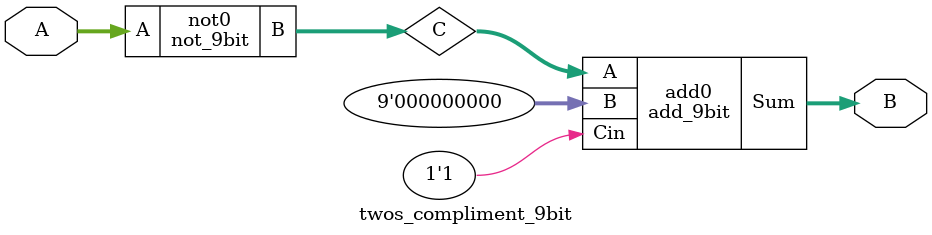
<source format=v>
`timescale 1ns / 1ps

module add_1bit(
    input wire A,
    input wire B,
    input wire Cin,
    output wire S,
    output wire Cout);

    assign S = (A ^ B) ^ Cin;
    assign Cout = ((A ^ B) & Cin) | (A & B);

endmodule

//testbench
//module add1bit_tb();
//reg v;
//reg w;
//reg x;
//wire y;
//wire z;

//add_1bit add0(
//    .A(v),
//    .B(w),
//    .Cin(x),
//    .S(y),
//    .Cout(z));
    
//    initial begin
//    v = 0;
//    w = 0;
//    x = 0;
//    #5
//    v = 0;
//    w = 1;
//    x = 0;
//    #5
//    v = 0;
//    w = 0;
//    x = 1;
//    #5
//    v = 1;
//    w = 1;
//    x = 0;
//    #5
//    v = 1;
//    w = 1;
//    x = 1;
//    end
//endmodule

module add_9bit(
    input wire [8:0] A,
    input wire [8:0] B,
    input wire Cin,
    output wire [8:0] Sum,
    output wire Cout);

    wire C_add0;
    wire C_add1;
    wire C_add2;
    wire C_add3;
    wire C_add4;
    wire C_add5;
    wire C_add6;
    wire C_add7;

    add_1bit add0(
        .A(A[0]),
        .B(B[0]),
        .Cin(Cin),
        .S(Sum[0]),
        .Cout(C_add0));

    add_1bit add1(
        .A(A[1]),
        .B(B[1]),
        .Cin(C_add0),
        .S(Sum[1]),
        .Cout(C_add1));
        
    add_1bit add2(
        .A(A[2]),
        .B(B[2]),
        .Cin(C_add1),
        .S(Sum[2]),
        .Cout(C_add2));
        
    add_1bit add3(
        .A(A[3]),
        .B(B[3]),
        .Cin(C_add2),
        .S(Sum[3]),
        .Cout(C_add3));
        
    add_1bit add4(
        .A(A[4]),
        .B(B[4]),
        .Cin(C_add3),
        .S(Sum[4]),
        .Cout(C_add4));
        
    add_1bit add5(
        .A(A[5]),
        .B(B[5]),
        .Cin(C_add4),
        .S(Sum[5]),
        .Cout(C_add5));
        
    add_1bit add6(
        .A(A[6]),
        .B(B[6]),
        .Cin(C_add5),
        .S(Sum[6]),
        .Cout(C_add6));
        
    add_1bit add7(
        .A(A[7]),
        .B(B[7]),
        .Cin(C_add6),
        .S(Sum[7]),
        .Cout(C_add7));
        
    add_1bit add8(
        .A(A[8]),
        .B(B[8]),
        .Cin(C_add7),
        .S(Sum[8]),
        .Cout(Cout));

endmodule

//testbench
//module add9bit_tb();
//reg [8:0] a;
//reg [8:0] b;
//reg cin;
//wire [8:0] s;
//wire cout;

//add_9bit add0(
//    .A(a),
//    .B(b),
//    .Cin(cin),
//    .Sum(s),
//    .Cout(cout));
    
    
//    initial begin
//    a = 9'b000000000;
//    b = 9'b000000000;
//    cin = 0;
//    #5
//    a = 9'b000000001;
//    b = 9'b000000000;
//    cin = 0;
//    #5
//    a = 9'b000000000;
//    b = 9'b000000001;
//    cin = 1;
//    #5
//    a = 9'b000000001;
//    b = 9'b000000001;
//    cin = 0;
//    #5
//    a = 9'b000001000;
//    b = 9'b000000001;
//    cin = 1;
//    end
//endmodule

module and_1bit(
    input wire A,
    input wire B,
    output wire C);

    assign C = A & B;

endmodule

//testbench
//module and1bit_tb();
//reg a;
//reg b;
//wire c;

//and_1bit and0(
//.A(a),
//.B(b),
//.C(c));
    
//    initial begin
//    a = 0;
//    b = 0;
//    #5
//    a = 0;
//    b = 1;
//    #5
//    a = 1;
//    b = 0;
//    #5
//    a = 1;
//    b = 1;
//    #5 $finish;

//    end
//endmodule

module and_9bit(
    input wire [8:0] A,
    input wire [8:0] B,
    output wire [8:0] C);

    and_1bit and0(
        .A(A[0]),
        .B(B[0]),
        .C(C[0]));

    and_1bit and1(
        .A(A[1]),
        .B(B[1]),
        .C(C[1]));
        
    and_1bit and2(
        .A(A[2]),
        .B(B[2]),
        .C(C[2]));
        
    and_1bit and3(
        .A(A[3]),
        .B(B[3]),
        .C(C[3]));
        
    and_1bit and4(
        .A(A[4]),
        .B(B[4]),
        .C(C[4]));
    
    and_1bit and5(
        .A(A[5]),
        .B(B[5]),
        .C(C[5]));
        
    and_1bit and6(
        .A(A[6]),
        .B(B[6]),
        .C(C[6]));
        
    and_1bit and7(
        .A(A[7]),
        .B(B[7]),
        .C(C[7]));
        
    and_1bit and8(
        .A(A[8]),
        .B(B[8]),
        .C(C[8]));

endmodule

//testbench
//module and9bit_tb();
//reg [8:0] a;
//reg [8:0] b;
//wire [8:0] c;

//and_9bit and0(
//.A(a),
//.B(b),
//.C(c));
    
//    initial begin
//    a = 9'b000000000;
//    b = 9'b000000000;
//    #5
//    a = 9'b000000000;
//    b = 9'b000000001;
//    #5
//    a = 9'b000000001;
//    b = 9'b000000000;
//    #5
//    a = 9'b000000001;
//    b = 9'b000000001;
//    #5
//    a = 9'b000100001;
//    b = 9'b000000001;
//    #5
//    a = 9'b000100001;
//    b = 9'b000100001;
//    #5 $finish;

//    end
//endmodule

module gen_clock();
    reg clk;
    initial begin
        clk = 1'b0;
    end
    always begin
        #5 clk = ~clk; // Period to be determined
    end
endmodule

// testbench
//module gen_clock_tb();

//reg clk;
//    gen

module mux_2_1(input wire switch,
           input wire [8:0] A,B,
           output reg [8:0] out);
           
    always @(A,B,switch) begin
        case (switch)
            2'b00 : out = A;
            2'b01 : out = B;
            default : out = 9'bxxxxxxxxx;
        endcase
    end

endmodule

//testbench
//module mux_2_1_tb();
//reg s;
//reg [8:0] a;
//reg [8:0] b;
//wire [8:0] c;

//mux_2_1 mux0(
//.switch(s),
//.A(a),
//.B(b),
//.out(c));
    
//    initial begin
//    s = 0;
//    a = 9'b000000101;
//    b = 9'b000000000;
//    #5
//    s = 1;
//    a = 9'b000000001;
//    b = 9'b000100001;
//    #5
//    s = 0;
//    a = 9'b000000000;
//    b = 9'b000000001;
//    #5
//    s = 1;
//    a = 9'b000000001;
//    b = 9'b000000001;
//    #5
//    s = 0;
//    a = 9'b000010001;
//    b = 9'b000000001;
//    #5
//    s = 1;
//    a = 9'b000010001;
//    b = 9'b000010111;
//    #5 $finish;

//    end
//endmodule

module mux_4_1(input wire [1:0] switch,
           input wire [8:0] A,B,C,D,
           output reg [8:0] out);
           
    always @(A,B,C,D,switch) begin
        case (switch)
            2'b00 : out = A;
            2'b01 : out = B;
            2'b10 : out = C;
            2'b11 : out = D;
            default : out = 9'bxxxxxxxxx;
        endcase
    end

endmodule

//testbench
//module mux_4_1_tb();
//reg [1:0] s;
//reg [8:0] a;
//reg [8:0] b;
//reg [8:0] c;
//reg [8:0] d;
//wire [8:0] e;

//mux_4_1 mux1(
//.switch(s),
//.A(a),
//.B(b),
//.C(c),
//.D(d),
//.out(e));
    
//    initial begin
//    s = 2'b00;
//    a = 9'b000000101;
//    b = 9'b000111100;
//    c = 9'b001001001;
//    d = 9'b100000000;
//    #5
//    s = 2'b01;
//    a = 9'b000000101;
//    b = 9'b000111100;
//    c = 9'b001001001;
//    d = 9'b100000000;
//    #5
//    s = 2'b10;
//    a = 9'b000000101;
//    b = 9'b000111100;
//    c = 9'b001001001;
//    d = 9'b100000000;
//    #5
//    s = 2'b11;
//    a = 9'b000000101;
//    b = 9'b000111100;
//    c = 9'b001001001;
//    d = 9'b100000000;
//    #5 $finish;

//    end
//endmodule

module mux_8_1(
    input wire [2:0] switch,
    input wire [8:0] A,B,C,D,E,F,G,H,
    output reg [8:0] out);
           
    always @(A,B,C,D,E,F,G,H,switch) begin
        case (switch)
            3'b000 : out = A;
            3'b001 : out = B;
            3'b010 : out = C;
            3'b011 : out = D;
            3'b100 : out = E;
            3'b101 : out = F;
            3'b110 : out = G;
            3'b111 : out = H;
            default : out = 9'bxxxxxxxxx;
        endcase
    end

endmodule

//testbench
//module mux_8_1_tb();
//reg [2:0] s;
//reg [8:0] a;
//reg [8:0] b;
//reg [8:0] c;
//reg [8:0] d;
//reg [8:0] e;
//reg [8:0] f;
//reg [8:0] g;
//reg [8:0] h;
//wire [8:0] out;

//mux_8_1 mux1(
//.switch(s),
//.A(a),
//.B(b),
//.C(c),
//.D(d),
//.E(e),
//.F(f),
//.G(g),
//.H(h),
//.out(out));
    
//    initial begin
//    s = 3'b000;
//    a = 9'b000000101;
//    b = 9'b000111100;
//    c = 9'b001001001;
//    d = 9'b100110000;
//    e = 9'b010000101;
//    f = 9'b010111100;
//    g = 9'b011001001;
//    h = 9'b111000000;
//    #5
//    s = 3'b001;
//    #5
//    s = 3'b010;
//    #5
//    s = 3'b011;
//    #5
//    s = 3'b100;
//    #5
//    s = 3'b101;
//    #5
//    s = 3'b110;
//    #5
//    s = 3'b111;
//    #5 $finish;

//    end
//endmodule

//module mux_16_1(
//    input wire [3:0] switch,
//    input wire [8:0] A,B,C,D,E,F,G,H,I,J,K,L,M,N,O,P,
//    output reg [8:0] out);
           
//    always @(A,B,C,D,E,F,G,H,I,J,K,L,M,N,O,P,switch) begin
//        case (switch)
//            4'b0000 : out = A;
//            4'b0001 : out = B;
//            4'b0010 : out = C;
//            4'b0011 : out = D;
//            4'b0100 : out = E;
//            4'b0101 : out = F;
//            4'b0110 : out = G;
//            4'b0111 : out = H;
//            4'b1000 : out = I;
//            4'b1001 : out = J;
//            4'b1010 : out = K;
//            4'b1011 : out = L;
//            4'b1100 : out = M;
//            4'b1101 : out = N;
//            4'b1110 : out = O;
//            4'b1111 : out = P;
//            default : out = 9'bxxxxxxxxx;
//        endcase
//    end

//endmodule

module nor_1bit(
    input wire A,
    input wire B,
    output wire C);
    
    //assign C = A |~ B;
    assign C = ~(A | B);

endmodule

//testbench
//module nor_1bit_tb();
//reg a;
//reg b;
//wire c;

//nor_1bit nor0(
//.A(a),
//.B(b),
//.C(c));
    
//    initial begin
//    a = 0;
//    b = 0;
//    #5
//    a = 0;
//    b = 1;
//    #5
//    a = 1;
//    b = 0;
//    #5
//    a = 1;
//    b = 1;
//    #5 $finish;

//    end
//endmodule

module nor_9bit(
    input wire [8:0] A,
    input wire [8:0] B,
    output wire [8:0] C);
    
    nor_1bit nor0(
        .A(A[0]),
        .B(B[0]),
        .C(C[0]));
        
    nor_1bit nor1(
        .A(A[1]),
        .B(B[1]),
        .C(C[1]));
        
    nor_1bit nor2(
        .A(A[2]),
        .B(B[2]),
        .C(C[2]));
        
    nor_1bit nor3(
        .A(A[3]),
        .B(B[3]),
        .C(C[3]));
        
    nor_1bit nor4(
        .A(A[4]),
        .B(B[4]),
        .C(C[4]));
        
    nor_1bit nor5(
        .A(A[5]),
        .B(B[5]),
        .C(C[5]));
        
    nor_1bit nor6(
        .A(A[6]),
        .B(B[6]),
        .C(C[6]));
        
    nor_1bit nor7(
        .A(A[7]),
        .B(B[7]),
        .C(C[7]));
        
    nor_1bit nor8(
        .A(A[8]),
        .B(B[8]),
        .C(C[8]));

endmodule

//testbench
//module nor_9bit_tb();
//reg [8:0] a;
//reg [8:0] b;
//wire [8:0] c;

//nor_9bit nor0(
//.A(a),
//.B(b),
//.C(c));
    
//    initial begin
//    a = 9'b000000000;
//    b = 9'b000000000;
//    #5
//    a = 9'b000000000;
//    b = 9'b000000001;
//    #5
//    a = 9'b000000001;
//    b = 9'b000000000;
//    #5
//    a = 9'b000000001;
//    b = 9'b000000001;
//    #5
//    a = 9'b000100001;
//    b = 9'b000000001;
//    #5
//    a = 9'b000100001;
//    b = 9'b000100001;
//    #5 $finish;

//    end
//endmodule


module not_1bit(
    input wire A,
    output wire B);
    
    assign B = ~A;

endmodule

//testbench
//module not_1bit_tb();
//reg a;
//wire b;

//not_1bit not0(
//.A(a),
//.B(b));
    
//    initial begin
//    a = 0;
//    #5
//    a = 1;
//    #5 $finish;

//    end
//endmodule

module not_9bit(
    input wire [8:0] A,
    output wire [8:0] B);

    not_1bit not0(
        .A(A[0]),
        .B(B[0]));

    not_1bit not1(
        .A(A[1]),
        .B(B[1]));
        
    not_1bit not2(
        .A(A[2]),
        .B(B[2]));
        
    not_1bit not3(
        .A(A[3]),
        .B(B[3]));
        
    not_1bit not4(
        .A(A[4]),
        .B(B[4]));
        
    not_1bit not5(
        .A(A[5]),
        .B(B[5]));
        
    not_1bit not6(
        .A(A[6]),
        .B(B[6]));
        
    not_1bit not7(
        .A(A[7]),
        .B(B[7]));
        
    not_1bit not8(
        .A(A[8]),
        .B(B[8]));

endmodule

//testbench
//module not_9bit_tb();
//reg [8:0] a;
//wire [8:0] b;

//    not_9bit not0(
//        .A(a),
//        .B(b));
    
//    initial begin
//    a = 9'b000000000;
//    #5
//    a = 9'b000000001;
//    #5
//    a = 9'b000111000;
//    #5
//    a = 9'b010101010;
//    #5
//    a = 9'b101010101;
//    #5
//    a = 9'b111111111;
//    #5
//    a = 9'b100000001;
//    #5 $finish;

//    end

//endmodule

module or_1bit(
    input wire A,
    input wire B,
    output wire C);
    
    assign C = A | B;

endmodule

//testbench
//module or_1bit_tb();
//reg a;
//reg b;
//wire c;

//    or_1bit or0(
//        .A(a),
//        .B(b),
//        .C(c));
    
//    initial begin
//    a = 0;
//    b = 0;
//    #5
//    a = 0;
//    b = 1;
//    #5
//    a = 1;
//    b = 0;
//    #5
//    a = 1;
//    b = 1;
//    #5 $finish;

//    end

//endmodule

module or_9bit(
    input wire [8:0] A,
    input wire [8:0] B,
    output wire [8:0] C);
    
    or_1bit or0(
        .A(A[0]),
        .B(B[0]),
        .C(C[0]));
        
    or_1bit or1(
        .A(A[1]),
        .B(B[1]),
        .C(C[1]));
        
    or_1bit or2(
        .A(A[2]),
        .B(B[2]),
        .C(C[2]));
        
    or_1bit or3(
        .A(A[3]),
        .B(B[3]),
        .C(C[3]));
        
    or_1bit or4(
        .A(A[4]),
        .B(B[4]),
        .C(C[4]));
        
    or_1bit or5(
        .A(A[5]),
        .B(B[5]),
        .C(C[5]));
        
    or_1bit or6(
        .A(A[6]),
        .B(B[6]),
        .C(C[6]));
        
    or_1bit or7(
        .A(A[7]),
        .B(B[7]),
        .C(C[7]));
        
    or_1bit or8(
        .A(A[8]),
        .B(B[8]),
        .C(C[8]));

endmodule

//testbench
//module or_9bit_tb();
//reg [8:0] a;
//reg [8:0] b;
//wire [8:0] c;

//    or_9bit tb0(
//        .A(a),
//        .B(b),
//        .C(c));
    
//    initial begin
//    a = 9'b000000000;
//    b = 9'b000000000;
//    #5
//    a = 9'b111111111;
//    b = 9'b111111111;
//    #5
//    a = 9'b111111111;
//    b = 9'b000000000;
//    #5
//    a = 9'b000000000;
//    b = 9'b111111111;
//    #5
//    a = 9'b000000000;
//    b = 9'b111111111;
//    #5
//    a = 9'b010101010;
//    b = 9'b111111111;
//    #5
//    a = 9'b010101010;
//    b = 9'b101010101;
//    #5
//    a = 9'b000011111;
//    b = 9'b111111111;
//    #5
//    a = 9'b000000000;
//    b = 9'b000010000;
//    #5 $finish;

//    end

//endmodule

module register(input wire clk, reset,
                input wire [1:0] En,
                input wire [8:0] Din,
                output reg [8:0] Dout);
                
    always @(posedge clk) begin
        if (reset == 1'b1) begin
            Dout = 9'b000000000;
        end
        else if (En == 2'b00) begin
            Dout = Din;
        end
        else begin
            Dout = 9'bZZZZZZZZZ;
        end
    end

endmodule

//testbench
//module register_tb();
//reg clk,reset;
//reg [1:0] En;
//reg [8:0] Din;
//wire [8:0] Dout;

//    register tb0(
//        .clk(clk),
//        .reset(reset),
//        .En(En),
//        .Din(Din),
//        .Dout(Dout));
    
//    initial begin
//    clk = 0;
//    reset = 0;
//    En = 2'b00;
//    Din = 9'b000000000;
//    #5
//    clk = 1;
//    #5
//    clk = 0;
//    reset = 0;
//    En = 2'b00;
//    Din = 9'b010101010;
//    #5
//    clk = 1;
//    #5
//    clk = 0;
//    reset = 1;
//    En = 2'b00;
//    Din = 9'b010101010;
//    #5
//    clk = 1;
//    #5
//    clk = 0;
//    reset = 0;
//    En = 2'b01;
//    Din = 9'b101010101;
//    #5
//    clk = 1;
//    #5
//    clk = 0;
//    reset = 0;
//    En = 2'b00;
//    Din = 9'b000011111;
//    #5
//    clk = 1;
//    #5
//    clk = 0;
//    #5 $finish;

//    end

//endmodule 
    
module shift_logical_left(
    input wire [8:0] A,
    output wire [8:0] B);
    
    assign B = {A[7:0],1'b0};

endmodule

//testbench
//module shift_logical_left_tb();
//reg [8:0] a;
//wire [8:0] b;

//    shift_logical_left tb0(
//        .A(a),
//        .B(b));
    
//    initial begin
//    a = 9'b000000000;
//    #5
//    a = 9'b000000001;
//    #5
//    a = 9'b000111000;
//    #5
//    a = 9'b010101010;
//    #5
//    a = 9'b101010101;
//    #5
//    a = 9'b111111111;
//    #5
//    a = 9'b100000001;
//    #5 $finish;

//    end

//endmodule

module shift_logical_right(
    input wire [8:0] A,
    output wire [8:0] B);
    
    assign B = {1'b0,A[8:1]};

endmodule

//testbench
//module shift_logical_right_tb();
//reg [8:0] a;
//wire [8:0] b;

//    shift_logical_right tb0(
//        .A(a),
//        .B(b));
    
//    initial begin
//    a = 9'b000000000;
//    #5
//    a = 9'b000000001;
//    #5
//    a = 9'b000111000;
//    #5
//    a = 9'b010101010;
//    #5
//    a = 9'b101010101;
//    #5
//    a = 9'b111111111;
//    #5
//    a = 9'b100000001;
//    #5 $finish;

//    end

//endmodule

module sub_9bit(
    input wire [8:0] A,
    input wire [8:0] B,
    output wire [8:0] C);
    
    wire [8:0] D;
    
    twos_compliment_9bit two_comp0(
        .A(B),
        .B(D));
    
    add_9bit add0(
        .A(A),
        .B(D),
        .Cin(1'b0),
        .Sum(C));

endmodule

//testbench
//module sub_9bit_tb();
//reg [8:0] a;
//reg [8:0] b;
//wire [8:0] c;

//    sub_9bit tb0(
//        .A(a),
//        .B(b),
//        .C(c));
    
//    initial begin
//    a = 9'b000000000;
//    b = 9'b000000000;
//    #5
//    a = 9'b111111111;
//    b = 9'b111111111;
//    #5
//    a = 9'b111111111;
//    b = 9'b000000000;
//    #5
//    a = 9'b000000000;
//    b = 9'b111111111;
//    #5
//    a = 9'b000000000;
//    b = 9'b111111111;
//    #5
//    a = 9'b010101010;
//    b = 9'b111111111;
//    #5
//    a = 9'b010101010;
//    b = 9'b101010101;
//    #5
//    a = 9'b000011111;
//    b = 9'b111111111;
//    #5
//    a = 9'b000000000;
//    b = 9'b000010000;
//    #5 $finish;

//    end

//endmodule

module twos_compliment_9bit(
    input wire [8:0] A,
    output wire [8:0] B);
    
    wire [8:0] C;
    
    not_9bit not0(
        .A(A),
        .B(C));
        
    add_9bit add0(
        .A(C),
        .B(9'b000000000),
        .Cin(1'b1),
        .Sum(B));

endmodule

//testbench
//module twos_compliment_tb();
//reg [8:0] a;
//wire [8:0] b;

//    twos_compliment_9bit tb0(
//        .A(a),
//        .B(b));
    
//    initial begin
//    a = 9'b000000000;
//    #5
//    a = 9'b000000001;
//    #5
//    a = 9'b000111000;
//    #5
//    a = 9'b010101010;
//    #5
//    a = 9'b101010101;
//    #5
//    a = 9'b111111111;
//    #5
//    a = 9'b100000001;
//    #5 $finish;

//    end

//endmodule
</source>
